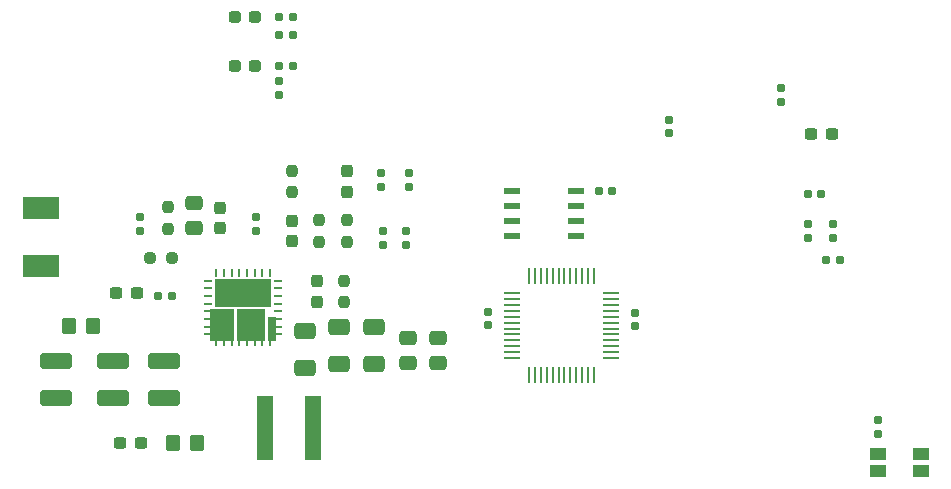
<source format=gbr>
%TF.GenerationSoftware,KiCad,Pcbnew,7.0.6*%
%TF.CreationDate,2023-08-31T11:47:23-07:00*%
%TF.ProjectId,dmxTx,646d7854-782e-46b6-9963-61645f706362,rev?*%
%TF.SameCoordinates,Original*%
%TF.FileFunction,Paste,Top*%
%TF.FilePolarity,Positive*%
%FSLAX46Y46*%
G04 Gerber Fmt 4.6, Leading zero omitted, Abs format (unit mm)*
G04 Created by KiCad (PCBNEW 7.0.6) date 2023-08-31 11:47:23*
%MOMM*%
%LPD*%
G01*
G04 APERTURE LIST*
G04 Aperture macros list*
%AMRoundRect*
0 Rectangle with rounded corners*
0 $1 Rounding radius*
0 $2 $3 $4 $5 $6 $7 $8 $9 X,Y pos of 4 corners*
0 Add a 4 corners polygon primitive as box body*
4,1,4,$2,$3,$4,$5,$6,$7,$8,$9,$2,$3,0*
0 Add four circle primitives for the rounded corners*
1,1,$1+$1,$2,$3*
1,1,$1+$1,$4,$5*
1,1,$1+$1,$6,$7*
1,1,$1+$1,$8,$9*
0 Add four rect primitives between the rounded corners*
20,1,$1+$1,$2,$3,$4,$5,0*
20,1,$1+$1,$4,$5,$6,$7,0*
20,1,$1+$1,$6,$7,$8,$9,0*
20,1,$1+$1,$8,$9,$2,$3,0*%
G04 Aperture macros list end*
%ADD10RoundRect,0.160000X-0.160000X0.197500X-0.160000X-0.197500X0.160000X-0.197500X0.160000X0.197500X0*%
%ADD11R,1.430000X5.500000*%
%ADD12RoundRect,0.155000X0.155000X-0.212500X0.155000X0.212500X-0.155000X0.212500X-0.155000X-0.212500X0*%
%ADD13R,1.346200X0.279400*%
%ADD14R,0.279400X1.346200*%
%ADD15RoundRect,0.160000X-0.197500X-0.160000X0.197500X-0.160000X0.197500X0.160000X-0.197500X0.160000X0*%
%ADD16RoundRect,0.155000X-0.155000X0.212500X-0.155000X-0.212500X0.155000X-0.212500X0.155000X0.212500X0*%
%ADD17RoundRect,0.250000X0.475000X-0.337500X0.475000X0.337500X-0.475000X0.337500X-0.475000X-0.337500X0*%
%ADD18RoundRect,0.250000X0.650000X-0.412500X0.650000X0.412500X-0.650000X0.412500X-0.650000X-0.412500X0*%
%ADD19RoundRect,0.237500X0.300000X0.237500X-0.300000X0.237500X-0.300000X-0.237500X0.300000X-0.237500X0*%
%ADD20RoundRect,0.160000X0.197500X0.160000X-0.197500X0.160000X-0.197500X-0.160000X0.197500X-0.160000X0*%
%ADD21R,3.150000X1.960000*%
%ADD22RoundRect,0.237500X0.237500X-0.300000X0.237500X0.300000X-0.237500X0.300000X-0.237500X-0.300000X0*%
%ADD23RoundRect,0.237500X-0.287500X-0.237500X0.287500X-0.237500X0.287500X0.237500X-0.287500X0.237500X0*%
%ADD24RoundRect,0.237500X-0.237500X0.250000X-0.237500X-0.250000X0.237500X-0.250000X0.237500X0.250000X0*%
%ADD25RoundRect,0.250000X-1.100000X0.412500X-1.100000X-0.412500X1.100000X-0.412500X1.100000X0.412500X0*%
%ADD26RoundRect,0.155000X-0.212500X-0.155000X0.212500X-0.155000X0.212500X0.155000X-0.212500X0.155000X0*%
%ADD27R,1.460500X0.558800*%
%ADD28RoundRect,0.160000X0.160000X-0.197500X0.160000X0.197500X-0.160000X0.197500X-0.160000X-0.197500X0*%
%ADD29RoundRect,0.237500X-0.250000X-0.237500X0.250000X-0.237500X0.250000X0.237500X-0.250000X0.237500X0*%
%ADD30RoundRect,0.250000X-0.350000X-0.450000X0.350000X-0.450000X0.350000X0.450000X-0.350000X0.450000X0*%
%ADD31R,1.400000X1.050000*%
%ADD32R,0.711200X0.254000*%
%ADD33R,0.254000X0.711200*%
%ADD34R,4.851400X2.362200*%
%ADD35R,2.133600X2.692400*%
%ADD36R,2.387600X2.692400*%
%ADD37R,0.762000X2.032000*%
%ADD38RoundRect,0.155000X0.212500X0.155000X-0.212500X0.155000X-0.212500X-0.155000X0.212500X-0.155000X0*%
G04 APERTURE END LIST*
D10*
%TO.C,R3*%
X88900000Y-80902500D03*
X88900000Y-82097500D03*
%TD*%
D11*
%TO.C,L1*%
X76680000Y-102500000D03*
X80720000Y-102500000D03*
%TD*%
D12*
%TO.C,C21*%
X122680000Y-86367500D03*
X122680000Y-85232500D03*
%TD*%
D13*
%TO.C,U2*%
X97621700Y-91050000D03*
X97621700Y-91549999D03*
X97621700Y-92050001D03*
X97621700Y-92550000D03*
X97621700Y-93049999D03*
X97621700Y-93550000D03*
X97621700Y-94050000D03*
X97621700Y-94550001D03*
X97621700Y-95050000D03*
X97621700Y-95549999D03*
X97621700Y-96050001D03*
X97621700Y-96550000D03*
D14*
X99050000Y-97978300D03*
X99549999Y-97978300D03*
X100050001Y-97978300D03*
X100550000Y-97978300D03*
X101049999Y-97978300D03*
X101550000Y-97978300D03*
X102050000Y-97978300D03*
X102550001Y-97978300D03*
X103050000Y-97978300D03*
X103549999Y-97978300D03*
X104050001Y-97978300D03*
X104550000Y-97978300D03*
D13*
X105978300Y-96550000D03*
X105978300Y-96050001D03*
X105978300Y-95549999D03*
X105978300Y-95050000D03*
X105978300Y-94550001D03*
X105978300Y-94050000D03*
X105978300Y-93550000D03*
X105978300Y-93049999D03*
X105978300Y-92550000D03*
X105978300Y-92050001D03*
X105978300Y-91549999D03*
X105978300Y-91050000D03*
D14*
X104550000Y-89621700D03*
X104050001Y-89621700D03*
X103549999Y-89621700D03*
X103050000Y-89621700D03*
X102550001Y-89621700D03*
X102050000Y-89621700D03*
X101550000Y-89621700D03*
X101049999Y-89621700D03*
X100550000Y-89621700D03*
X100050001Y-89621700D03*
X99549999Y-89621700D03*
X99050000Y-89621700D03*
%TD*%
D15*
%TO.C,R17*%
X77902500Y-67700000D03*
X79097500Y-67700000D03*
%TD*%
D16*
%TO.C,C18*%
X108000000Y-92732500D03*
X108000000Y-93867500D03*
%TD*%
D17*
%TO.C,C3*%
X70700000Y-85537500D03*
X70700000Y-83462500D03*
%TD*%
D18*
%TO.C,C13*%
X80100000Y-97362500D03*
X80100000Y-94237500D03*
%TD*%
D19*
%TO.C,C4*%
X65825000Y-91000000D03*
X64100000Y-91000000D03*
%TD*%
D20*
%TO.C,R22*%
X125417500Y-88260000D03*
X124222500Y-88260000D03*
%TD*%
D21*
%TO.C,F2*%
X57750000Y-83840000D03*
X57750000Y-88750000D03*
%TD*%
D22*
%TO.C,C5*%
X81100000Y-91762500D03*
X81100000Y-90037500D03*
%TD*%
D15*
%TO.C,R12*%
X67662500Y-91300000D03*
X68857500Y-91300000D03*
%TD*%
D23*
%TO.C,D2*%
X74125000Y-71800000D03*
X75875000Y-71800000D03*
%TD*%
D18*
%TO.C,C11*%
X85900000Y-97062500D03*
X85900000Y-93937500D03*
%TD*%
D22*
%TO.C,C1*%
X72900000Y-85562500D03*
X72900000Y-83837500D03*
%TD*%
D24*
%TO.C,R9*%
X79000000Y-80687500D03*
X79000000Y-82512500D03*
%TD*%
D15*
%TO.C,R19*%
X77902500Y-71800000D03*
X79097500Y-71800000D03*
%TD*%
D25*
%TO.C,C9*%
X68100000Y-96837500D03*
X68100000Y-99962500D03*
%TD*%
D24*
%TO.C,R15*%
X83600000Y-84887500D03*
X83600000Y-86712500D03*
%TD*%
D10*
%TO.C,R4*%
X88600000Y-85802500D03*
X88600000Y-86997500D03*
%TD*%
D26*
%TO.C,C22*%
X122632500Y-82700000D03*
X123767500Y-82700000D03*
%TD*%
D16*
%TO.C,C23*%
X110930000Y-76382500D03*
X110930000Y-77517500D03*
%TD*%
D24*
%TO.C,R6*%
X81300000Y-84887500D03*
X81300000Y-86712500D03*
%TD*%
D27*
%TO.C,U3*%
X97575850Y-82395000D03*
X97575850Y-83665000D03*
X97575850Y-84935000D03*
X97575850Y-86205000D03*
X103024150Y-86205000D03*
X103024150Y-84935000D03*
X103024150Y-83665000D03*
X103024150Y-82395000D03*
%TD*%
D24*
%TO.C,R13*%
X83400000Y-89987500D03*
X83400000Y-91812500D03*
%TD*%
D25*
%TO.C,C8*%
X63800000Y-96837500D03*
X63800000Y-99962500D03*
%TD*%
D16*
%TO.C,C19*%
X95600000Y-92632500D03*
X95600000Y-93767500D03*
%TD*%
D28*
%TO.C,R1*%
X86500000Y-82097500D03*
X86500000Y-80902500D03*
%TD*%
D29*
%TO.C,R10*%
X66987500Y-88100000D03*
X68812500Y-88100000D03*
%TD*%
D28*
%TO.C,R5*%
X66130000Y-85787500D03*
X66130000Y-84592500D03*
%TD*%
D25*
%TO.C,C6*%
X59000000Y-96837500D03*
X59000000Y-99962500D03*
%TD*%
D19*
%TO.C,C16*%
X66162500Y-103750000D03*
X64437500Y-103750000D03*
%TD*%
D10*
%TO.C,R16*%
X128600000Y-101800000D03*
X128600000Y-102995000D03*
%TD*%
D24*
%TO.C,R7*%
X68500000Y-83787500D03*
X68500000Y-85612500D03*
%TD*%
D30*
%TO.C,R14*%
X68900000Y-103750000D03*
X70900000Y-103750000D03*
%TD*%
D10*
%TO.C,R2*%
X86700000Y-85802500D03*
X86700000Y-86997500D03*
%TD*%
D19*
%TO.C,C20*%
X124662500Y-77600000D03*
X122937500Y-77600000D03*
%TD*%
D22*
%TO.C,C2*%
X79000000Y-86662500D03*
X79000000Y-84937500D03*
%TD*%
D17*
%TO.C,C14*%
X88800000Y-96937500D03*
X88800000Y-94862500D03*
%TD*%
D31*
%TO.C,SW2*%
X128600000Y-104675000D03*
X132200000Y-104675000D03*
X128600000Y-106125000D03*
X132200000Y-106125000D03*
%TD*%
D10*
%TO.C,R8*%
X75940000Y-84632500D03*
X75940000Y-85827500D03*
%TD*%
D28*
%TO.C,R23*%
X120400000Y-74897500D03*
X120400000Y-73702500D03*
%TD*%
D32*
%TO.C,U1*%
X71900000Y-90000000D03*
X71900000Y-90649998D03*
X71900000Y-91300000D03*
X71900000Y-91949998D03*
X71900000Y-92600000D03*
X71900000Y-93249998D03*
X71900000Y-93900000D03*
X71900000Y-94549998D03*
D33*
X72571401Y-95221399D03*
X73221399Y-95221399D03*
X73871401Y-95221399D03*
X74521399Y-95221399D03*
X75171401Y-95221399D03*
X75821399Y-95221399D03*
X76471401Y-95221399D03*
X77121399Y-95221399D03*
D32*
X77792800Y-94549998D03*
X77792800Y-93900000D03*
X77792800Y-93249998D03*
X77792800Y-92600000D03*
X77792800Y-91949998D03*
X77792800Y-91300000D03*
X77792800Y-90649998D03*
X77792800Y-90000000D03*
D33*
X77121399Y-89328599D03*
X76471401Y-89328599D03*
X75821399Y-89328599D03*
X75171401Y-89328599D03*
X74521399Y-89328599D03*
X73871401Y-89328599D03*
X73221399Y-89328599D03*
X72571401Y-89328599D03*
D34*
X74846400Y-91029999D03*
D35*
X73066400Y-93769999D03*
D36*
X75541400Y-93769999D03*
D37*
X77321400Y-94094999D03*
%TD*%
D22*
%TO.C,C10*%
X83600000Y-82462500D03*
X83600000Y-80737500D03*
%TD*%
D18*
%TO.C,C12*%
X83000000Y-97062500D03*
X83000000Y-93937500D03*
%TD*%
D28*
%TO.C,R11*%
X124820000Y-86367500D03*
X124820000Y-85172500D03*
%TD*%
D23*
%TO.C,D1*%
X74125000Y-67700000D03*
X75875000Y-67700000D03*
%TD*%
D38*
%TO.C,C17*%
X106067500Y-82400000D03*
X104932500Y-82400000D03*
%TD*%
D30*
%TO.C,FB1*%
X60100000Y-93800000D03*
X62100000Y-93800000D03*
%TD*%
D28*
%TO.C,R20*%
X77900000Y-74297500D03*
X77900000Y-73102500D03*
%TD*%
D20*
%TO.C,R18*%
X79097500Y-69200000D03*
X77902500Y-69200000D03*
%TD*%
D17*
%TO.C,C15*%
X91300000Y-96937500D03*
X91300000Y-94862500D03*
%TD*%
M02*

</source>
